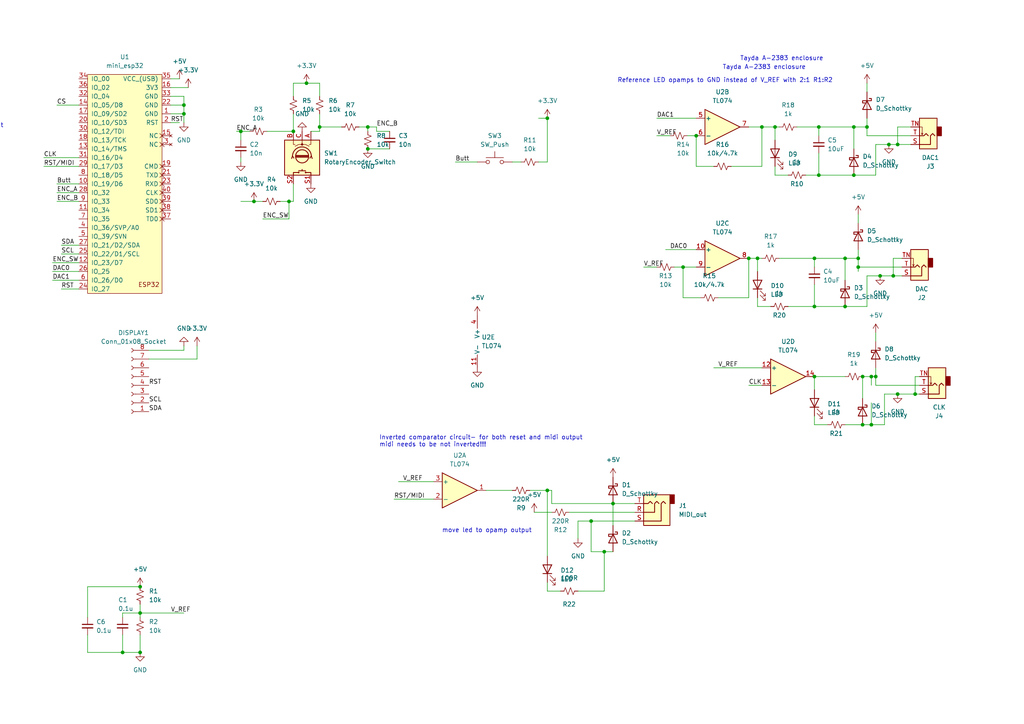
<source format=kicad_sch>
(kicad_sch (version 20231120) (generator "eeschema") (generator_version "8.0")
  (paper "A4")
  (lib_symbols
    (symbol "Amplifier_Operational:TL074" (pin_names (offset 0.127))
      (property "Reference" "U" (at 0 5.08 0))
      (property "Value" "TL074" (at 0 -5.08 0))
      (symbol "TL074_1_1"
        (polyline (pts (xy -5.08 5.08) (xy 5.08 0) (xy -5.08 -5.08) (xy -5.08 5.08)) (stroke (width 0.254)) (fill (type background)))
        (pin output line (at 7.62 0 180) (length 2.54) (name "~") (number "1"))
        (pin input line (at -7.62 -2.54 0) (length 2.54) (name "-") (number "2"))
        (pin input line (at -7.62 2.54 0) (length 2.54) (name "+") (number "3"))
      )
      (symbol "TL074_2_1"
        (polyline (pts (xy -5.08 5.08) (xy 5.08 0) (xy -5.08 -5.08) (xy -5.08 5.08)) (stroke (width 0.254)) (fill (type background)))
        (pin input line (at -7.62 2.54 0) (length 2.54) (name "+") (number "5"))
        (pin input line (at -7.62 -2.54 0) (length 2.54) (name "-") (number "6"))
        (pin output line (at 7.62 0 180) (length 2.54) (name "~") (number "7"))
      )
      (symbol "TL074_3_1"
        (polyline (pts (xy -5.08 5.08) (xy 5.08 0) (xy -5.08 -5.08) (xy -5.08 5.08)) (stroke (width 0.254)) (fill (type background)))
        (pin input line (at -7.62 2.54 0) (length 2.54) (name "+") (number "10"))
        (pin output line (at 7.62 0 180) (length 2.54) (name "~") (number "8"))
        (pin input line (at -7.62 -2.54 0) (length 2.54) (name "-") (number "9"))
      )
      (symbol "TL074_4_1"
        (polyline (pts (xy -5.08 5.08) (xy 5.08 0) (xy -5.08 -5.08) (xy -5.08 5.08)) (stroke (width 0.254)) (fill (type background)))
        (pin input line (at -7.62 2.54 0) (length 2.54) (name "+") (number "12"))
        (pin input line (at -7.62 -2.54 0) (length 2.54) (name "-") (number "13"))
        (pin output line (at 7.62 0 180) (length 2.54) (name "~") (number "14"))
      )
      (symbol "TL074_5_1"
        (pin power_in line (at -2.54 -7.62 90) (length 3.81) (name "V-") (number "11"))
        (pin power_in line (at -2.54 7.62 270) (length 3.81) (name "V+") (number "4"))
      )
    )
    (symbol "Connector:Conn_01x08_Socket" (pin_names (offset 1.016) hide)
      (property "Reference" "J" (at 0 10.16 0))
      (property "Value" "Conn_01x08_Socket" (at 0 -12.7 0))
      (symbol "Conn_01x08_Socket_1_1"
        (arc (start 0 -9.652) (mid -0.5058 -10.16) (end 0 -10.668) (stroke (width 0.1524)))
        (arc (start 0 -7.112) (mid -0.5058 -7.62) (end 0 -8.128) (stroke (width 0.1524)))
        (arc (start 0 -4.572) (mid -0.5058 -5.08) (end 0 -5.588) (stroke (width 0.1524)))
        (arc (start 0 -2.032) (mid -0.5058 -2.54) (end 0 -3.048) (stroke (width 0.1524)))
        (polyline (pts (xy -1.27 -10.16) (xy -0.508 -10.16)) (stroke (width 0.1524)))
        (polyline (pts (xy -1.27 -7.62) (xy -0.508 -7.62)) (stroke (width 0.1524)))
        (polyline (pts (xy -1.27 -5.08) (xy -0.508 -5.08)) (stroke (width 0.1524)))
        (polyline (pts (xy -1.27 -2.54) (xy -0.508 -2.54)) (stroke (width 0.1524)))
        (polyline (pts (xy -1.27 0) (xy -0.508 0)) (stroke (width 0.1524)))
        (polyline (pts (xy -1.27 2.54) (xy -0.508 2.54)) (stroke (width 0.1524)))
        (polyline (pts (xy -1.27 5.08) (xy -0.508 5.08)) (stroke (width 0.1524)))
        (polyline (pts (xy -1.27 7.62) (xy -0.508 7.62)) (stroke (width 0.1524)))
        (arc (start 0 0.508) (mid -0.5058 0) (end 0 -0.508) (stroke (width 0.1524)))
        (arc (start 0 3.048) (mid -0.5058 2.54) (end 0 2.032) (stroke (width 0.1524)))
        (arc (start 0 5.588) (mid -0.5058 5.08) (end 0 4.572) (stroke (width 0.1524)))
        (arc (start 0 8.128) (mid -0.5058 7.62) (end 0 7.112) (stroke (width 0.1524)))
        (pin passive line (at -5.08 7.62 0) (length 3.81) (name "Pin_1") (number "1"))
        (pin passive line (at -5.08 5.08 0) (length 3.81) (name "Pin_2") (number "2"))
        (pin passive line (at -5.08 2.54 0) (length 3.81) (name "Pin_3") (number "3"))
        (pin passive line (at -5.08 0 0) (length 3.81) (name "Pin_4") (number "4"))
        (pin passive line (at -5.08 -2.54 0) (length 3.81) (name "Pin_5") (number "5"))
        (pin passive line (at -5.08 -5.08 0) (length 3.81) (name "Pin_6") (number "6"))
        (pin passive line (at -5.08 -7.62 0) (length 3.81) (name "Pin_7") (number "7"))
        (pin passive line (at -5.08 -10.16 0) (length 3.81) (name "Pin_8") (number "8"))
      )
    )
    (symbol "Connector_Audio:AudioJack2_SwitchT"
      (property "Reference" "J" (at 0 8.89 0))
      (property "Value" "AudioJack2_SwitchT" (at 0 6.35 0))
      (symbol "AudioJack2_SwitchT_0_1"
        (rectangle (start -2.54 0) (end -3.81 -2.54) (stroke (width 0.254)) (fill (type outline)))
        (polyline (pts (xy 1.778 -0.254) (xy 2.032 -0.762)))
        (polyline (pts (xy 0 0) (xy 0.635 -0.635) (xy 1.27 0) (xy 2.54 0)) (stroke (width 0.254)))
        (polyline (pts (xy 2.54 -2.54) (xy 1.778 -2.54) (xy 1.778 -0.254) (xy 1.524 -0.762)))
        (polyline (pts (xy 2.54 2.54) (xy -0.635 2.54) (xy -0.635 0) (xy -1.27 -0.635) (xy -1.905 0)) (stroke (width 0.254)))
        (rectangle (start 2.54 3.81) (end -2.54 -5.08) (stroke (width 0.254)) (fill (type background)))
      )
      (symbol "AudioJack2_SwitchT_1_1"
        (pin passive line (at 5.08 2.54 180) (length 2.54) (name "~") (number "S"))
        (pin passive line (at 5.08 0 180) (length 2.54) (name "~") (number "T"))
        (pin passive line (at 5.08 -2.54 180) (length 2.54) (name "~") (number "TN"))
      )
    )
    (symbol "Connector_Audio:AudioJack3"
      (property "Reference" "J" (at 0 8.89 0))
      (property "Value" "AudioJack3" (at 0 6.35 0))
      (symbol "AudioJack3_0_1"
        (rectangle (start -5.08 -5.08) (end -6.35 -2.54) (stroke (width 0.254)) (fill (type outline)))
        (polyline (pts (xy 0 -2.54) (xy 0.635 -3.175) (xy 1.27 -2.54) (xy 2.54 -2.54)) (stroke (width 0.254)))
        (polyline (pts (xy -1.905 -2.54) (xy -1.27 -3.175) (xy -0.635 -2.54) (xy -0.635 0) (xy 2.54 0)) (stroke (width 0.254)))
        (polyline (pts (xy 2.54 2.54) (xy -2.54 2.54) (xy -2.54 -2.54) (xy -3.175 -3.175) (xy -3.81 -2.54)) (stroke (width 0.254)))
        (rectangle (start 2.54 3.81) (end -5.08 -5.08) (stroke (width 0.254)) (fill (type background)))
      )
      (symbol "AudioJack3_1_1"
        (pin passive line (at 5.08 0 180) (length 2.54) (name "~") (number "R"))
        (pin passive line (at 5.08 2.54 180) (length 2.54) (name "~") (number "S"))
        (pin passive line (at 5.08 -2.54 180) (length 2.54) (name "~") (number "T"))
      )
    )
    (symbol "Device:C_Small" (pin_numbers hide) (pin_names (offset 0.254) hide)
      (property "Reference" "C" (at 0.254 1.778 0))
      (property "Value" "C_Small" (at 0.254 -2.032 0))
      (symbol "C_Small_0_1"
        (polyline (pts (xy -1.524 -0.508) (xy 1.524 -0.508)) (stroke (width 0.3302)))
        (polyline (pts (xy -1.524 0.508) (xy 1.524 0.508)) (stroke (width 0.3048)))
      )
      (symbol "C_Small_1_1"
        (pin passive line (at 0 2.54 270) (length 2.032) (name "~") (number "1"))
        (pin passive line (at 0 -2.54 90) (length 2.032) (name "~") (number "2"))
      )
    )
    (symbol "Device:D_Schottky" (pin_numbers hide) (pin_names (offset 1.016) hide)
      (property "Reference" "D" (at 0 2.54 0))
      (property "Value" "D_Schottky" (at 0 -2.54 0))
      (symbol "D_Schottky_0_1"
        (polyline (pts (xy 1.27 0) (xy -1.27 0)))
        (polyline (pts (xy 1.27 1.27) (xy 1.27 -1.27) (xy -1.27 0) (xy 1.27 1.27)) (stroke (width 0.254)))
        (polyline (pts (xy -1.905 0.635) (xy -1.905 1.27) (xy -1.27 1.27) (xy -1.27 -1.27) (xy -0.635 -1.27) (xy -0.635 -0.635)) (stroke (width 0.254)))
      )
      (symbol "D_Schottky_1_1"
        (pin passive line (at -3.81 0 0) (length 2.54) (name "K") (number "1"))
        (pin passive line (at 3.81 0 180) (length 2.54) (name "A") (number "2"))
      )
    )
    (symbol "Device:LED" (pin_numbers hide) (pin_names (offset 1.016) hide)
      (property "Reference" "D" (at 0 2.54 0))
      (property "Value" "LED" (at 0 -2.54 0))
      (symbol "LED_0_1"
        (polyline (pts (xy -1.27 -1.27) (xy -1.27 1.27)) (stroke (width 0.254)))
        (polyline (pts (xy -1.27 0) (xy 1.27 0)))
        (polyline (pts (xy 1.27 -1.27) (xy 1.27 1.27) (xy -1.27 0) (xy 1.27 -1.27)) (stroke (width 0.254)))
        (polyline (pts (xy -3.048 -0.762) (xy -4.572 -2.286) (xy -3.81 -2.286) (xy -4.572 -2.286) (xy -4.572 -1.524)))
        (polyline (pts (xy -1.778 -0.762) (xy -3.302 -2.286) (xy -2.54 -2.286) (xy -3.302 -2.286) (xy -3.302 -1.524)))
      )
      (symbol "LED_1_1"
        (pin passive line (at -3.81 0 0) (length 2.54) (name "K") (number "1"))
        (pin passive line (at 3.81 0 180) (length 2.54) (name "A") (number "2"))
      )
    )
    (symbol "Device:R_Small_US" (pin_numbers hide) (pin_names (offset 0.254) hide)
      (property "Reference" "R" (at 0.762 0.508 0))
      (property "Value" "R_Small_US" (at 0.762 -1.016 0))
      (symbol "R_Small_US_1_1"
        (polyline (pts (xy 0 0) (xy 1.016 -0.381) (xy 0 -0.762) (xy -1.016 -1.143) (xy 0 -1.524)))
        (polyline (pts (xy 0 1.524) (xy 1.016 1.143) (xy 0 0.762) (xy -1.016 0.381) (xy 0 0)))
        (pin passive line (at 0 2.54 270) (length 1.016) (name "~") (number "1"))
        (pin passive line (at 0 -2.54 90) (length 1.016) (name "~") (number "2"))
      )
    )
    (symbol "Device:RotaryEncoder_Switch" (pin_names (offset 0.254) hide)
      (property "Reference" "SW" (at 0 6.604 0))
      (property "Value" "RotaryEncoder_Switch" (at 0 -6.604 0))
      (symbol "RotaryEncoder_Switch_0_1"
        (rectangle (start -5.08 5.08) (end 5.08 -5.08) (stroke (width 0.254)) (fill (type background)))
        (circle (center -3.81 0) (radius 0.254) (fill (type outline)))
        (circle (center -0.381 0) (radius 1.905) (stroke (width 0.254)))
        (arc (start -0.381 2.667) (mid -3.0988 -0.0635) (end -0.381 -2.794) (stroke (width 0.254)))
        (polyline (pts (xy -0.635 -1.778) (xy -0.635 1.778)) (stroke (width 0.254)))
        (polyline (pts (xy -0.381 -1.778) (xy -0.381 1.778)) (stroke (width 0.254)))
        (polyline (pts (xy -0.127 1.778) (xy -0.127 -1.778)) (stroke (width 0.254)))
        (polyline (pts (xy 3.81 0) (xy 3.429 0)) (stroke (width 0.254)))
        (polyline (pts (xy 3.81 1.016) (xy 3.81 -1.016)) (stroke (width 0.254)))
        (polyline (pts (xy -5.08 -2.54) (xy -3.81 -2.54) (xy -3.81 -2.032)))
        (polyline (pts (xy -5.08 2.54) (xy -3.81 2.54) (xy -3.81 2.032)))
        (polyline (pts (xy 0.254 -3.048) (xy -0.508 -2.794) (xy 0.127 -2.413)) (stroke (width 0.254)))
        (polyline (pts (xy 0.254 2.921) (xy -0.508 2.667) (xy 0.127 2.286)) (stroke (width 0.254)))
        (polyline (pts (xy 5.08 -2.54) (xy 4.318 -2.54) (xy 4.318 -1.016)) (stroke (width 0.254)))
        (polyline (pts (xy 5.08 2.54) (xy 4.318 2.54) (xy 4.318 1.016)) (stroke (width 0.254)))
        (polyline (pts (xy -5.08 0) (xy -3.81 0) (xy -3.81 -1.016) (xy -3.302 -2.032)))
        (polyline (pts (xy -4.318 0) (xy -3.81 0) (xy -3.81 1.016) (xy -3.302 2.032)))
        (circle (center 4.318 -1.016) (radius 0.127) (stroke (width 0.254)))
        (circle (center 4.318 1.016) (radius 0.127) (stroke (width 0.254)))
      )
      (symbol "RotaryEncoder_Switch_1_1"
        (pin passive line (at -7.62 2.54 0) (length 2.54) (name "A") (number "A"))
        (pin passive line (at -7.62 -2.54 0) (length 2.54) (name "B") (number "B"))
        (pin passive line (at -7.62 0 0) (length 2.54) (name "C") (number "C"))
        (pin passive line (at 7.62 2.54 180) (length 2.54) (name "S1") (number "S1"))
        (pin passive line (at 7.62 -2.54 180) (length 2.54) (name "S2") (number "S2"))
      )
    )
    (symbol "ESP32_mini:mini_esp32" (pin_names (offset 1.016))
      (property "Reference" "U" (at -7.62 -50.8 0))
      (property "Value" "mini_esp32" (at 5.08 -59.69 0))
      (symbol "mini_esp32_0_0"
        (text "ESP32" (at 7.62 -62.23 0) (effects (font (size 1.27 1.27))))
        (pin power_in line (at 13.97 -12.7 180) (length 2.54) (name "GND") (number "1"))
        (pin input line (at 13.97 -15.24 180) (length 2.54) (name "RST") (number "2"))
        (pin no_connect non_logic (at 13.97 -21.59 180) (length 2.54) (name "NC") (number "3"))
        (pin bidirectional line (at -12.7 -45.72 0) (length 2.54) (name "IO_36/SVP/A0") (number "4"))
        (pin bidirectional line (at -12.7 -48.26 0) (length 2.54) (name "IO_39/SVN") (number "5"))
      )
      (symbol "mini_esp32_0_1"
        (rectangle (start -10.16 -1.27) (end 11.43 -64.77) (fill (type background)))
      )
      (symbol "mini_esp32_1_1"
        (pin bidirectional line (at -12.7 -33.02 0) (length 2.54) (name "IO_19/D6") (number "10"))
        (pin bidirectional line (at -12.7 -40.64 0) (length 2.54) (name "IO_34") (number "11"))
        (pin bidirectional line (at -12.7 -55.88 0) (length 2.54) (name "IO_23/D7") (number "12"))
        (pin bidirectional line (at -12.7 -22.86 0) (length 2.54) (name "IO_14/TMS") (number "13"))
        (pin bidirectional line (at -12.7 -10.16 0) (length 2.54) (name "IO_05/D8") (number "14"))
        (pin no_connect non_logic (at 13.97 -19.05 180) (length 2.54) (name "NC") (number "15"))
        (pin power_in line (at 13.97 -5.08 180) (length 2.54) (name "3V3") (number "16"))
        (pin bidirectional line (at -12.7 -12.7 0) (length 2.54) (name "IO_09/SD2") (number "17"))
        (pin bidirectional line (at -12.7 -20.32 0) (length 2.54) (name "IO_13/TCK") (number "18"))
        (pin passive non_logic (at 13.97 -27.94 180) (length 2.54) (name "CMD") (number "19"))
        (pin bidirectional line (at -12.7 -15.24 0) (length 2.54) (name "IO_10/SD3") (number "20"))
        (pin passive non_logic (at 13.97 -30.48 180) (length 2.54) (name "TXD") (number "21"))
        (pin power_in line (at 13.97 -10.16 180) (length 2.54) (name "GND") (number "22"))
        (pin passive non_logic (at 13.97 -33.02 180) (length 2.54) (name "RXD") (number "23"))
        (pin bidirectional line (at -12.7 -63.5 0) (length 2.54) (name "IO_27") (number "24"))
        (pin bidirectional line (at -12.7 -53.34 0) (length 2.54) (name "IO_22/D1/SCL") (number "25"))
        (pin bidirectional line (at -12.7 -58.42 0) (length 2.54) (name "IO_25") (number "26"))
        (pin bidirectional line (at -12.7 -50.8 0) (length 2.54) (name "IO_21/D2/SDA") (number "27"))
        (pin bidirectional line (at -12.7 -35.56 0) (length 2.54) (name "IO_32") (number "28"))
        (pin bidirectional line (at -12.7 -27.94 0) (length 2.54) (name "IO_17/D3") (number "29"))
        (pin bidirectional line (at -12.7 -17.78 0) (length 2.54) (name "IO_12/TDI") (number "30"))
        (pin bidirectional line (at -12.7 -25.4 0) (length 2.54) (name "IO_16/D4") (number "31"))
        (pin bidirectional line (at -12.7 -7.62 0) (length 2.54) (name "IO_04") (number "32"))
        (pin power_in line (at 13.97 -7.62 180) (length 2.54) (name "GND") (number "33"))
        (pin bidirectional line (at -12.7 -2.54 0) (length 2.54) (name "IO_00") (number "34"))
        (pin power_in line (at 13.97 -2.54 180) (length 2.54) (name "VCC_(USB)") (number "35"))
        (pin bidirectional line (at -12.7 -5.08 0) (length 2.54) (name "IO_02") (number "36"))
        (pin passive non_logic (at 13.97 -43.18 180) (length 2.54) (name "TD0") (number "37"))
        (pin passive non_logic (at 13.97 -40.64 180) (length 2.54) (name "SD1") (number "38"))
        (pin passive non_logic (at 13.97 -38.1 180) (length 2.54) (name "SD0") (number "39"))
        (pin passive non_logic (at 13.97 -35.56 180) (length 2.54) (name "CLK") (number "40"))
        (pin bidirectional line (at -12.7 -60.96 0) (length 2.54) (name "IO_26/D0") (number "6"))
        (pin bidirectional line (at -12.7 -43.18 0) (length 2.54) (name "IO_35") (number "7"))
        (pin bidirectional line (at -12.7 -30.48 0) (length 2.54) (name "IO_18/D5") (number "8"))
        (pin bidirectional line (at -12.7 -38.1 0) (length 2.54) (name "IO_33") (number "9"))
      )
    )
    (symbol "Switch:SW_Push" (pin_numbers hide) (pin_names (offset 1.016) hide)
      (property "Reference" "SW" (at 1.27 2.54 0))
      (property "Value" "SW_Push" (at 0 -1.524 0))
      (symbol "SW_Push_0_1"
        (circle (center -2.032 0) (radius 0.508))
        (polyline (pts (xy 0 1.27) (xy 0 3.048)))
        (polyline (pts (xy 2.54 1.27) (xy -2.54 1.27)))
        (circle (center 2.032 0) (radius 0.508))
        (pin passive line (at -5.08 0 0) (length 2.54) (name "1") (number "1"))
        (pin passive line (at 5.08 0 180) (length 2.54) (name "2") (number "2"))
      )
    )
    (symbol "power:+3.3V" (power) (pin_names (offset 0))
      (property "Value" "+3.3V" (at 0 3.556 0))
      (symbol "+3.3V_0_1"
        (polyline (pts (xy -0.762 1.27) (xy 0 2.54)))
        (polyline (pts (xy 0 0) (xy 0 2.54)))
        (polyline (pts (xy 0 2.54) (xy 0.762 1.27)))
      )
      (symbol "+3.3V_1_1"
        (pin power_in line (at 0 0 90) (length 0) hide (name "+3.3V") (number "1"))
      )
    )
    (symbol "power:+5V" (power) (pin_names (offset 0))
      (property "Value" "+5V" (at 0 3.556 0))
      (symbol "+5V_0_1"
        (polyline (pts (xy -0.762 1.27) (xy 0 2.54)))
        (polyline (pts (xy 0 0) (xy 0 2.54)))
        (polyline (pts (xy 0 2.54) (xy 0.762 1.27)))
      )
      (symbol "+5V_1_1"
        (pin power_in line (at 0 0 90) (length 0) hide (name "+5V") (number "1"))
      )
    )
    (symbol "power:GND" (power) (pin_names (offset 0))
      (property "Value" "GND" (at 0 -3.81 0))
      (symbol "GND_0_1"
        (polyline (pts (xy 0 0) (xy 0 -1.27) (xy 1.27 -1.27) (xy 0 -2.54) (xy -1.27 -1.27) (xy 0 -1.27)))
      )
      (symbol "GND_1_1"
        (pin power_in line (at 0 0 270) (length 0) hide (name "GND") (number "1"))
      )
    )
  )
  (junction (at 175.26 160.02))
  (junction (at 265.43 114.3))
  (junction (at 40.64 177.8))
  (junction (at 83.82 58.42))
  (junction (at 158.75 142.24))
  (junction (at 254 109.22))
  (junction (at 259.08 80.01))
  (junction (at 260.35 41.91))
  (junction (at 106.68 43.18))
  (junction (at 220.98 36.83))
  (junction (at 236.22 109.22))
  (junction (at 251.46 36.83))
  (junction (at 247.65 50.8))
  (junction (at 88.9 24.13))
  (junction (at 247.65 36.83))
  (junction (at 40.64 189.23))
  (junction (at 198.12 77.47))
  (junction (at 248.92 74.93))
  (junction (at 171.45 151.13))
  (junction (at 260.35 114.3))
  (junction (at 245.11 88.9))
  (junction (at 53.34 33.02))
  (junction (at 35.56 189.23))
  (junction (at 252.73 123.19))
  (junction (at 158.75 34.29))
  (junction (at 237.49 36.83))
  (junction (at 40.64 170.18))
  (junction (at 255.27 80.01))
  (junction (at 257.81 41.91))
  (junction (at 236.22 88.9))
  (junction (at 217.17 74.93))
  (junction (at 73.66 58.42))
  (junction (at 219.71 74.93))
  (junction (at 53.34 30.48))
  (junction (at 177.8 146.05))
  (junction (at 245.11 74.93))
  (junction (at 106.68 36.83))
  (junction (at 250.19 123.19))
  (junction (at 248.92 77.47))
  (junction (at 250.19 109.22))
  (junction (at 252.73 109.22))
  (junction (at 201.93 39.37))
  (junction (at 237.49 50.8))
  (junction (at 236.22 74.93))
  (junction (at 69.85 38.1))
  (junction (at 92.71 36.83))
  (junction (at 224.79 36.83))
  (junction (at 85.09 38.1))
  (wire (pts (xy 156.21 46.99) (xy 158.75 46.99)))
  (wire (pts (xy 57.15 100.33) (xy 57.15 104.14)))
  (wire (pts (xy 171.45 151.13) (xy 167.64 151.13)))
  (wire (pts (xy 132.08 46.99) (xy 138.43 46.99)))
  (wire (pts (xy 252.73 109.22) (xy 254 109.22)))
  (wire (pts (xy 88.9 24.13) (xy 92.71 24.13)))
  (wire (pts (xy 40.64 177.8) (xy 40.64 179.07)))
  (wire (pts (xy 198.12 77.47) (xy 201.93 77.47)))
  (wire (pts (xy 104.14 36.83) (xy 106.68 36.83)))
  (wire (pts (xy 250.19 109.22) (xy 252.73 109.22)))
  (wire (pts (xy 15.24 78.74) (xy 22.86 78.74)))
  (wire (pts (xy 254 96.52) (xy 254 99.06)))
  (wire (pts (xy 198.12 77.47) (xy 198.12 86.36)))
  (wire (pts (xy 236.22 123.19) (xy 240.03 123.19)))
  (wire (pts (xy 35.56 189.23) (xy 40.64 189.23)))
  (wire (pts (xy 255.27 80.01) (xy 251.46 80.01)))
  (wire (pts (xy 250.19 109.22) (xy 250.19 115.57)))
  (wire (pts (xy 92.71 24.13) (xy 92.71 27.94)))
  (wire (pts (xy 266.7 109.22) (xy 265.43 109.22)))
  (wire (pts (xy 40.64 189.23) (xy 40.64 184.15)))
  (wire (pts (xy 236.22 74.93) (xy 236.22 77.47)))
  (wire (pts (xy 248.92 77.47) (xy 261.62 77.47)))
  (wire (pts (xy 49.53 25.4) (xy 54.61 25.4)))
  (wire (pts (xy 16.51 55.88) (xy 22.86 55.88)))
  (wire (pts (xy 260.35 36.83) (xy 260.35 41.91)))
  (wire (pts (xy 254 111.76) (xy 266.7 111.76)))
  (wire (pts (xy 106.68 36.83) (xy 109.22 36.83)))
  (wire (pts (xy 199.39 39.37) (xy 201.93 39.37)))
  (wire (pts (xy 260.35 41.91) (xy 257.81 41.91)))
  (wire (pts (xy 219.71 74.93) (xy 219.71 78.74)))
  (wire (pts (xy 81.28 58.42) (xy 83.82 58.42)))
  (wire (pts (xy 190.5 39.37) (xy 194.31 39.37)))
  (wire (pts (xy 245.11 123.19) (xy 250.19 123.19)))
  (wire (pts (xy 265.43 109.22) (xy 265.43 114.3)))
  (wire (pts (xy 252.73 123.19) (xy 256.54 123.19)))
  (wire (pts (xy 219.71 86.36) (xy 219.71 88.9)))
  (wire (pts (xy 165.1 148.59) (xy 184.15 148.59)))
  (wire (pts (xy 85.09 27.94) (xy 85.09 24.13)))
  (wire (pts (xy 92.71 36.83) (xy 92.71 38.1)))
  (wire (pts (xy 254 41.91) (xy 254 50.8)))
  (wire (pts (xy 148.59 46.99) (xy 151.13 46.99)))
  (wire (pts (xy 207.01 106.68) (xy 220.98 106.68)))
  (wire (pts (xy 25.4 189.23) (xy 25.4 184.15)))
  (wire (pts (xy 106.68 36.83) (xy 106.68 38.1)))
  (wire (pts (xy 114.3 144.78) (xy 125.73 144.78)))
  (wire (pts (xy 177.8 146.05) (xy 177.8 152.4)))
  (wire (pts (xy 217.17 74.93) (xy 219.71 74.93)))
  (wire (pts (xy 171.45 160.02) (xy 171.45 151.13)))
  (wire (pts (xy 236.22 82.55) (xy 236.22 88.9)))
  (wire (pts (xy 83.82 58.42) (xy 85.09 58.42)))
  (wire (pts (xy 85.09 24.13) (xy 88.9 24.13)))
  (wire (pts (xy 73.66 58.42) (xy 76.2 58.42)))
  (wire (pts (xy 247.65 36.83) (xy 251.46 36.83)))
  (wire (pts (xy 259.08 74.93) (xy 259.08 80.01)))
  (wire (pts (xy 17.78 71.12) (xy 22.86 71.12)))
  (wire (pts (xy 43.18 101.6) (xy 53.34 101.6)))
  (wire (pts (xy 237.49 36.83) (xy 247.65 36.83)))
  (wire (pts (xy 201.93 39.37) (xy 201.93 48.26)))
  (wire (pts (xy 17.78 83.82) (xy 22.86 83.82)))
  (wire (pts (xy 237.49 36.83) (xy 237.49 39.37)))
  (wire (pts (xy 35.56 189.23) (xy 35.56 184.15)))
  (wire (pts (xy 265.43 114.3) (xy 260.35 114.3)))
  (wire (pts (xy 140.97 142.24) (xy 148.59 142.24)))
  (wire (pts (xy 158.75 171.45) (xy 162.56 171.45)))
  (wire (pts (xy 203.2 86.36) (xy 198.12 86.36)))
  (wire (pts (xy 251.46 34.29) (xy 251.46 36.83)))
  (wire (pts (xy 208.28 86.36) (xy 217.17 86.36)))
  (wire (pts (xy 220.98 36.83) (xy 224.79 36.83)))
  (wire (pts (xy 264.16 41.91) (xy 260.35 41.91)))
  (wire (pts (xy 247.65 50.8) (xy 254 50.8)))
  (wire (pts (xy 195.58 77.47) (xy 198.12 77.47)))
  (wire (pts (xy 256.54 114.3) (xy 256.54 123.19)))
  (wire (pts (xy 35.56 177.8) (xy 40.64 177.8)))
  (wire (pts (xy 245.11 88.9) (xy 251.46 88.9)))
  (wire (pts (xy 236.22 74.93) (xy 245.11 74.93)))
  (wire (pts (xy 231.14 36.83) (xy 237.49 36.83)))
  (wire (pts (xy 177.8 146.05) (xy 184.15 146.05)))
  (wire (pts (xy 250.19 123.19) (xy 252.73 123.19)))
  (wire (pts (xy 219.71 88.9) (xy 223.52 88.9)))
  (wire (pts (xy 219.71 74.93) (xy 220.98 74.93)))
  (wire (pts (xy 40.64 175.26) (xy 40.64 177.8)))
  (wire (pts (xy 228.6 88.9) (xy 236.22 88.9)))
  (wire (pts (xy 158.75 168.91) (xy 158.75 171.45)))
  (wire (pts (xy 85.09 33.02) (xy 85.09 38.1)))
  (wire (pts (xy 236.22 109.22) (xy 245.11 109.22)))
  (wire (pts (xy 261.62 74.93) (xy 259.08 74.93)))
  (wire (pts (xy 35.56 179.07) (xy 35.56 177.8)))
  (wire (pts (xy 15.24 76.2) (xy 22.86 76.2)))
  (wire (pts (xy 53.34 27.94) (xy 53.34 30.48)))
  (wire (pts (xy 25.4 170.18) (xy 40.64 170.18)))
  (wire (pts (xy 252.73 109.22) (xy 252.73 111.76)))
  (wire (pts (xy 251.46 39.37) (xy 251.46 36.83)))
  (wire (pts (xy 245.11 74.93) (xy 245.11 81.28)))
  (wire (pts (xy 184.15 151.13) (xy 171.45 151.13)))
  (wire (pts (xy 68.58 38.1) (xy 69.85 38.1)))
  (wire (pts (xy 254 106.68) (xy 254 109.22)))
  (wire (pts (xy 251.46 80.01) (xy 251.46 88.9)))
  (wire (pts (xy 69.85 45.72) (xy 69.85 46.99)))
  (wire (pts (xy 16.51 58.42) (xy 22.86 58.42)))
  (wire (pts (xy 49.53 33.02) (xy 53.34 33.02)))
  (wire (pts (xy 158.75 142.24) (xy 158.75 161.29)))
  (wire (pts (xy 245.11 74.93) (xy 248.92 74.93)))
  (wire (pts (xy 175.26 160.02) (xy 177.8 160.02)))
  (wire (pts (xy 220.98 111.76) (xy 217.17 111.76)))
  (wire (pts (xy 25.4 179.07) (xy 25.4 170.18)))
  (wire (pts (xy 109.22 38.1) (xy 109.22 36.83)))
  (wire (pts (xy 217.17 36.83) (xy 220.98 36.83)))
  (wire (pts (xy 190.5 34.29) (xy 201.93 34.29)))
  (wire (pts (xy 43.18 104.14) (xy 57.15 104.14)))
  (wire (pts (xy 69.85 38.1) (xy 69.85 40.64)))
  (wire (pts (xy 226.06 74.93) (xy 236.22 74.93)))
  (wire (pts (xy 186.69 77.47) (xy 190.5 77.47)))
  (wire (pts (xy 156.21 34.29) (xy 158.75 34.29)))
  (wire (pts (xy 49.53 30.48) (xy 53.34 30.48)))
  (wire (pts (xy 247.65 36.83) (xy 247.65 43.18)))
  (wire (pts (xy 106.68 43.18) (xy 113.03 43.18)))
  (wire (pts (xy 251.46 24.13) (xy 251.46 26.67)))
  (wire (pts (xy 207.01 48.26) (xy 201.93 48.26)))
  (wire (pts (xy 69.85 38.1) (xy 72.39 38.1)))
  (wire (pts (xy 76.2 63.5) (xy 83.82 63.5)))
  (wire (pts (xy 248.92 77.47) (xy 248.92 74.93)))
  (wire (pts (xy 254 111.76) (xy 254 109.22)))
  (wire (pts (xy 193.04 72.39) (xy 201.93 72.39)))
  (wire (pts (xy 113.03 38.1) (xy 109.22 38.1)))
  (wire (pts (xy 257.81 41.91) (xy 254 41.91)))
  (wire (pts (xy 171.45 160.02) (xy 175.26 160.02)))
  (wire (pts (xy 175.26 171.45) (xy 175.26 160.02)))
  (wire (pts (xy 16.51 53.34) (xy 22.86 53.34)))
  (wire (pts (xy 12.7 48.26) (xy 22.86 48.26)))
  (wire (pts (xy 260.35 114.3) (xy 256.54 114.3)))
  (wire (pts (xy 236.22 120.65) (xy 236.22 123.19)))
  (wire (pts (xy 212.09 48.26) (xy 220.98 48.26)))
  (wire (pts (xy 49.53 35.56) (xy 52.07 35.56)))
  (wire (pts (xy 167.64 171.45) (xy 175.26 171.45)))
  (wire (pts (xy 77.47 38.1) (xy 85.09 38.1)))
  (wire (pts (xy 69.85 58.42) (xy 73.66 58.42)))
  (wire (pts (xy 16.51 30.48) (xy 22.86 30.48)))
  (wire (pts (xy 261.62 80.01) (xy 259.08 80.01)))
  (wire (pts (xy 248.92 72.39) (xy 248.92 74.93)))
  (wire (pts (xy 236.22 109.22) (xy 236.22 113.03)))
  (wire (pts (xy 15.24 81.28) (xy 22.86 81.28)))
  (wire (pts (xy 248.92 62.23) (xy 248.92 64.77)))
  (wire (pts (xy 158.75 46.99) (xy 158.75 34.29)))
  (wire (pts (xy 167.64 151.13) (xy 167.64 156.21)))
  (wire (pts (xy 224.79 36.83) (xy 224.79 40.64)))
  (wire (pts (xy 53.34 33.02) (xy 53.34 35.56)))
  (wire (pts (xy 160.02 146.05) (xy 160.02 142.24)))
  (wire (pts (xy 252.73 116.84) (xy 252.73 123.19)))
  (wire (pts (xy 224.79 48.26) (xy 224.79 50.8)))
  (wire (pts (xy 49.53 22.86) (xy 52.07 22.86)))
  (wire (pts (xy 49.53 27.94) (xy 53.34 27.94)))
  (wire (pts (xy 115.57 139.7) (xy 125.73 139.7)))
  (wire (pts (xy 158.75 142.24) (xy 160.02 142.24)))
  (wire (pts (xy 237.49 44.45) (xy 237.49 50.8)))
  (wire (pts (xy 233.68 50.8) (xy 237.49 50.8)))
  (wire (pts (xy 92.71 36.83) (xy 99.06 36.83)))
  (wire (pts (xy 264.16 36.83) (xy 260.35 36.83)))
  (wire (pts (xy 217.17 74.93) (xy 217.17 86.36)))
  (wire (pts (xy 259.08 80.01) (xy 255.27 80.01)))
  (wire (pts (xy 53.34 100.33) (xy 53.34 101.6)))
  (wire (pts (xy 248.92 77.47) (xy 248.92 78.74)))
  (wire (pts (xy 85.09 58.42) (xy 85.09 53.34)))
  (wire (pts (xy 224.79 50.8) (xy 228.6 50.8)))
  (wire (pts (xy 237.49 50.8) (xy 247.65 50.8)))
  (wire (pts (xy 154.94 148.59) (xy 160.02 148.59)))
  (wire (pts (xy 236.22 88.9) (xy 245.11 88.9)))
  (wire (pts (xy 220.98 36.83) (xy 220.98 48.26)))
  (wire (pts (xy 153.67 142.24) (xy 158.75 142.24)))
  (wire (pts (xy 12.7 45.72) (xy 22.86 45.72)))
  (wire (pts (xy 224.79 36.83) (xy 226.06 36.83)))
  (wire (pts (xy 17.78 73.66) (xy 22.86 73.66)))
  (wire (pts (xy 25.4 189.23) (xy 35.56 189.23)))
  (wire (pts (xy 251.46 39.37) (xy 264.16 39.37)))
  (wire (pts (xy 90.17 38.1) (xy 92.71 38.1)))
  (wire (pts (xy 266.7 114.3) (xy 265.43 114.3)))
  (wire (pts (xy 92.71 33.02) (xy 92.71 36.83)))
  (wire (pts (xy 160.02 146.05) (xy 177.8 146.05)))
  (wire (pts (xy 83.82 63.5) (xy 83.82 58.42)))
  (wire (pts (xy 53.34 30.48) (xy 53.34 33.02)))
  (wire (pts (xy 40.64 177.8) (xy 53.34 177.8)))
  (text "Reference LED opamps to GND instead of V_REF with 2:1 R1:R2" (at 179.07 24.13 0) (effects (font (size 1.27 1.27)) (justify left bottom)))
  (text "Tayda A-2383 enclosure" (at 209.55 20.32 0) (effects (font (size 1.27 1.27)) (justify left bottom)))
  (text "Inverted comparator circuit- for both reset and midi output\nmidi needs to be not inverted!!!" (at 109.982 129.794 0) (effects (font (size 1.27 1.27)) (justify left bottom)))
  (text "move led to opamp output\n" (at 141.224 153.924 0) (effects (font (size 1.27 1.27))))
  (text "Tayda A-2383 enclosure" (at 214.63 17.78 0) (effects (font (size 1.27 1.27)) (justify left bottom)))
  (text "16 CLK\n17 RST/MIDI out\nX\n MIDI sink\n19 Button\n23 Enc Sw\n32 Enc A\n33 Enc B\n25 Dac0\n26 Dac1\n22 SCL\n21 SDA\n27 RST" (at -15.24 59.69 0) (effects (font (size 1.27 1.27)) (justify left bottom)))
  (label "V_REF" (at 190.5 39.37 0))
  (label "CS" (at 16.51 30.48 0))
  (label "V_REF" (at 49.53 177.8 0))
  (label "ENC_B" (at 16.51 58.42 0))
  (label "RST" (at 49.53 35.56 0))
  (label "RST" (at 17.78 83.82 0))
  (label "ENC_A" (at 16.51 55.88 0))
  (label "ENC_A" (at 68.58 38.1 0))
  (label "DAC0" (at 194.31 72.39 0))
  (label "SCL" (at 17.78 73.66 0))
  (label "ENC_SW" (at 76.2 63.5 0))
  (label "DAC1" (at 15.24 81.28 0))
  (label "Butt" (at 132.08 46.99 0))
  (label "ENC_B" (at 109.22 36.83 0))
  (label "SCL" (at 43.18 116.84 0))
  (label "SDA" (at 43.18 119.38 0))
  (label "DAC0" (at 15.24 78.74 0))
  (label "Butt" (at 16.51 53.34 0))
  (label "CLK" (at 217.17 111.76 0))
  (label "DAC1" (at 190.5 34.29 0))
  (label "RST{slash}MIDI" (at 12.7 48.26 0))
  (label "RST{slash}MIDI" (at 114.3 144.78 0))
  (label "RST" (at 43.18 111.76 0))
  (label "CLK" (at 12.7 45.72 0))
  (label "ENC_SW" (at 15.24 76.2 0))
  (label "V_REF" (at 208.28 106.68 0))
  (label "V_REF" (at 186.69 77.47 0))
  (label "SDA" (at 17.78 71.12 0))
  (label "V_REF" (at 116.84 139.7 0))
  (symbol (lib_id "power:+5V") (at 52.07 22.86 0) (unit 1)
    (property "Reference" "#PWR03" (effects (hide yes)))
    (property "Value" "+5V" (at 52.07 17.78 0))
  )
  (symbol (lib_id "Device:C_Small") (at 237.49 41.91 0) (unit 1)
    (property "Reference" "C5" (at 240.03 40.6463 0) (effects (justify left)))
    (property "Value" "10uF" (at 240.03 43.1863 0) (effects (justify left)))
    (property "Footprint" "Capacitor_SMD:C_0805_2012Metric_Pad1.18x1.45mm_HandSolder" (effects (hide yes)))
  )
  (symbol (lib_id "power:GND") (at 53.34 35.56 0) (unit 1)
    (property "Reference" "#PWR04" (effects (hide yes)))
    (property "Value" "GND" (at 53.34 40.64 0))
  )
  (symbol (lib_id "power:+5V") (at 177.8 138.43 0) (unit 1)
    (property "Reference" "#PWR017" (effects (hide yes)))
    (property "Value" "+5V" (at 177.8 133.35 0))
  )
  (symbol (lib_id "Device:R_Small_US") (at 165.1 171.45 270) (unit 1)
    (property "Reference" "R22" (at 165.1 175.26 90))
    (property "Value" "100R" (at 165.1 167.64 90))
    (property "Footprint" "Resistor_SMD:R_0805_2012Metric_Pad1.20x1.40mm_HandSolder" (effects (hide yes)))
  )
  (symbol (lib_id "Device:R_Small_US") (at 106.68 40.64 0) (unit 1)
    (property "Reference" "R8" (at 109.22 39.37 0) (effects (justify left)))
    (property "Value" "10k" (at 109.22 41.91 0) (effects (justify left)))
    (property "Footprint" "Resistor_SMD:R_0805_2012Metric_Pad1.20x1.40mm_HandSolder" (effects (hide yes)))
  )
  (symbol (lib_id "Device:R_Small_US") (at 151.13 142.24 90) (unit 1)
    (property "Reference" "R9" (at 151.13 147.32 90))
    (property "Value" "220R" (at 151.13 144.78 90))
    (property "Footprint" "Resistor_SMD:R_0805_2012Metric_Pad1.20x1.40mm_HandSolder" (effects (hide yes)))
  )
  (symbol (lib_id "power:+5V") (at 138.43 91.44 0) (unit 1)
    (property "Reference" "#PWR022" (effects (hide yes)))
    (property "Value" "+5V" (at 138.43 86.36 0))
  )
  (symbol (lib_id "power:+3.3V") (at 54.61 25.4 0) (unit 1)
    (property "Reference" "#PWR06" (effects (hide yes)))
    (property "Value" "+3.3V" (at 54.61 20.32 0))
  )
  (symbol (lib_id "Device:R_Small_US") (at 242.57 123.19 270) (unit 1)
    (property "Reference" "R21" (at 242.57 125.73 90))
    (property "Value" "1k" (at 242.57 119.38 90))
    (property "Footprint" "Resistor_SMD:R_0805_2012Metric_Pad1.20x1.40mm_HandSolder" (effects (hide yes)))
  )
  (symbol (lib_id "Device:R_Small_US") (at 193.04 77.47 270) (unit 1)
    (property "Reference" "R13" (at 193.04 80.01 90))
    (property "Value" "10k" (at 193.04 82.55 90))
    (property "Footprint" "Resistor_SMD:R_0805_2012Metric_Pad1.20x1.40mm_HandSolder" (effects (hide yes)))
  )
  (symbol (lib_id "Connector_Audio:AudioJack2_SwitchT") (at 266.7 77.47 180) (unit 1)
    (property "Reference" "J2" (at 267.335 86.36 0))
    (property "Value" "DAC" (at 267.335 83.82 0))
    (property "Footprint" "Connector_Audio:Jack_3.5mm_QingPu_WQP-PJ398SM_Vertical_CircularHoles" (effects (hide yes)))
  )
  (symbol (lib_id "Device:R_Small_US") (at 247.65 109.22 90) (unit 1)
    (property "Reference" "R19" (at 247.65 102.87 90))
    (property "Value" "1k" (at 247.65 105.41 90))
    (property "Footprint" "Resistor_SMD:R_0805_2012Metric_Pad1.20x1.40mm_HandSolder" (effects (hide yes)))
  )
  (symbol (lib_id "Device:C_Small") (at 113.03 40.64 0) (unit 1)
    (property "Reference" "C3" (at 115.57 39.3763 0) (effects (justify left)))
    (property "Value" "10n" (at 115.57 41.9163 0) (effects (justify left)))
    (property "Footprint" "Capacitor_SMD:C_0805_2012Metric_Pad1.18x1.45mm_HandSolder" (effects (hide yes)))
  )
  (symbol (lib_id "Device:D_Schottky") (at 177.8 156.21 270) (unit 1)
    (property "Reference" "D2" (at 180.34 154.6225 90) (effects (justify left)))
    (property "Value" "D_Schottky" (at 180.34 157.1625 90) (effects (justify left)))
    (property "Footprint" "Diode_SMD:D_SOD-123" (effects (hide yes)))
  )
  (symbol (lib_id "power:+5V") (at 154.94 148.59 0) (unit 1)
    (property "Reference" "#PWR014" (effects (hide yes)))
    (property "Value" "+5V" (at 154.94 143.51 0))
  )
  (symbol (lib_id "power:+3.3V") (at 57.15 100.33 0) (unit 1)
    (property "Reference" "#PWR07" (effects (hide yes)))
    (property "Value" "+3.3V" (at 57.15 95.25 0))
  )
  (symbol (lib_id "power:+3.3V") (at 88.9 24.13 0) (unit 1)
    (property "Reference" "#PWR011" (effects (hide yes)))
    (property "Value" "+3.3V" (at 88.9 19.05 0))
  )
  (symbol (lib_id "Device:D_Schottky") (at 248.92 68.58 270) (unit 1)
    (property "Reference" "D5" (at 251.46 66.9925 90) (effects (justify left)))
    (property "Value" "D_Schottky" (at 251.46 69.5325 90) (effects (justify left)))
    (property "Footprint" "Diode_SMD:D_SOD-123" (effects (hide yes)))
  )
  (symbol (lib_id "Device:R_Small_US") (at 231.14 50.8 270) (unit 1)
    (property "Reference" "R10" (at 231.14 53.34 90))
    (property "Value" "1k" (at 231.14 46.99 90))
    (property "Footprint" "Resistor_SMD:R_0805_2012Metric_Pad1.20x1.40mm_HandSolder" (effects (hide yes)))
  )
  (symbol (lib_id "power:GND") (at 69.85 46.99 0) (unit 1)
    (property "Reference" "#PWR08" (effects (hide yes)))
    (property "Value" "GND" (at 69.85 52.07 0))
  )
  (symbol (lib_id "power:+3.3V") (at 73.66 58.42 0) (unit 1)
    (property "Reference" "#PWR09" (effects (hide yes)))
    (property "Value" "+3.3V" (at 73.66 53.34 0))
  )
  (symbol (lib_id "Amplifier_Operational:TL074") (at 140.97 99.06 0) (unit 5)
    (property "Reference" "U2" (at 139.7 97.79 0) (effects (justify left)))
    (property "Value" "TL074" (at 139.7 100.33 0) (effects (justify left)))
    (property "Footprint" "Package_SO:SOIC-14_3.9x8.7mm_P1.27mm" (effects (hide yes)))
    (property "Datasheet" "http://www.ti.com/lit/ds/symlink/tl071.pdf" (effects (hide yes)))
  )
  (symbol (lib_id "Amplifier_Operational:TL074") (at 133.35 142.24 0) (unit 1)
    (property "Reference" "U2" (at 133.35 132.08 0))
    (property "Value" "TL074" (at 133.35 134.62 0))
    (property "Footprint" "Package_SO:SOIC-14_3.9x8.7mm_P1.27mm" (effects (hide yes)))
    (property "Datasheet" "http://www.ti.com/lit/ds/symlink/tl071.pdf" (effects (hide yes)))
  )
  (symbol (lib_id "power:GND") (at 138.43 106.68 0) (unit 1)
    (property "Reference" "#PWR025" (effects (hide yes)))
    (property "Value" "GND" (at 138.43 111.76 0))
  )
  (symbol (lib_id "Device:D_Schottky") (at 250.19 119.38 270) (unit 1)
    (property "Reference" "D6" (at 252.73 117.7925 90) (effects (justify left)))
    (property "Value" "D_Schottky" (at 252.73 120.3325 90) (effects (justify left)))
    (property "Footprint" "Diode_SMD:D_SOD-123" (effects (hide yes)))
  )
  (symbol (lib_id "Device:R_Small_US") (at 40.64 181.61 0) (unit 1)
    (property "Reference" "R2" (at 43.18 180.34 0) (effects (justify left)))
    (property "Value" "10k" (at 43.18 182.88 0) (effects (justify left)))
    (property "Footprint" "Resistor_SMD:R_0805_2012Metric_Pad1.20x1.40mm_HandSolder" (effects (hide yes)))
  )
  (symbol (lib_id "Amplifier_Operational:TL074") (at 228.6 109.22 0) (unit 4)
    (property "Reference" "U2" (at 228.6 99.06 0))
    (property "Value" "TL074" (at 228.6 101.6 0))
    (property "Footprint" "Package_SO:SOIC-14_3.9x8.7mm_P1.27mm" (effects (hide yes)))
    (property "Datasheet" "http://www.ti.com/lit/ds/symlink/tl071.pdf" (effects (hide yes)))
  )
  (symbol (lib_id "Device:LED") (at 158.75 165.1 90) (unit 1)
    (property "Reference" "D12" (at 162.56 165.4175 90) (effects (justify right)))
    (property "Value" "LED" (at 162.56 167.9575 90) (effects (justify right)))
    (property "Footprint" "LED_THT:LED_D3.0mm" (effects (hide yes)))
  )
  (symbol (lib_id "Device:R_Small_US") (at 226.06 88.9 270) (unit 1)
    (property "Reference" "R20" (at 226.06 91.44 90))
    (property "Value" "1k" (at 226.06 85.09 90))
    (property "Footprint" "Resistor_SMD:R_0805_2012Metric_Pad1.20x1.40mm_HandSolder" (effects (hide yes)))
  )
  (symbol (lib_id "Device:D_Schottky") (at 177.8 142.24 270) (unit 1)
    (property "Reference" "D1" (at 180.34 140.6525 90) (effects (justify left)))
    (property "Value" "D_Schottky" (at 180.34 143.1925 90) (effects (justify left)))
    (property "Footprint" "Diode_SMD:D_SOD-123" (effects (hide yes)))
  )
  (symbol (lib_id "Device:R_Small_US") (at 228.6 36.83 90) (unit 1)
    (property "Reference" "R18" (at 228.6 30.48 90))
    (property "Value" "1k" (at 228.6 33.02 90))
    (property "Footprint" "Resistor_SMD:R_0805_2012Metric_Pad1.20x1.40mm_HandSolder" (effects (hide yes)))
  )
  (symbol (lib_id "Device:D_Schottky") (at 247.65 46.99 270) (unit 1)
    (property "Reference" "D4" (at 250.19 45.4025 90) (effects (justify left)))
    (property "Value" "D_Schottky" (at 250.19 47.9425 90) (effects (justify left)))
    (property "Footprint" "Diode_SMD:D_SOD-123" (effects (hide yes)))
  )
  (symbol (lib_id "Device:R_Small_US") (at 74.93 38.1 90) (unit 1)
    (property "Reference" "R3" (at 74.93 31.75 90))
    (property "Value" "10k" (at 74.93 34.29 90))
    (property "Footprint" "Resistor_SMD:R_0805_2012Metric_Pad1.20x1.40mm_HandSolder" (effects (hide yes)))
  )
  (symbol (lib_id "Device:R_Small_US") (at 223.52 74.93 90) (unit 1)
    (property "Reference" "R17" (at 223.52 68.58 90))
    (property "Value" "1k" (at 223.52 71.12 90))
    (property "Footprint" "Resistor_SMD:R_0805_2012Metric_Pad1.20x1.40mm_HandSolder" (effects (hide yes)))
  )
  (symbol (lib_id "power:GND") (at 53.34 100.33 180) (unit 1)
    (property "Reference" "#PWR05" (effects (hide yes)))
    (property "Value" "GND" (at 53.34 95.25 0))
  )
  (symbol (lib_id "Device:R_Small_US") (at 162.56 148.59 90) (unit 1)
    (property "Reference" "R12" (at 162.56 153.67 90))
    (property "Value" "220R" (at 162.56 151.13 90))
    (property "Footprint" "Resistor_SMD:R_0805_2012Metric_Pad1.20x1.40mm_HandSolder" (effects (hide yes)))
  )
  (symbol (lib_id "Device:R_Small_US") (at 40.64 172.72 0) (unit 1)
    (property "Reference" "R1" (at 43.18 171.45 0) (effects (justify left)))
    (property "Value" "10k" (at 43.18 173.99 0) (effects (justify left)))
    (property "Footprint" "Resistor_SMD:R_0805_2012Metric_Pad1.20x1.40mm_HandSolder" (effects (hide yes)))
  )
  (symbol (lib_id "Device:R_Small_US") (at 92.71 30.48 0) (unit 1)
    (property "Reference" "R6" (at 95.25 29.21 0) (effects (justify left)))
    (property "Value" "10k" (at 95.25 31.75 0) (effects (justify left)))
    (property "Footprint" "Resistor_SMD:R_0805_2012Metric_Pad1.20x1.40mm_HandSolder" (effects (hide yes)))
  )
  (symbol (lib_id "ESP32_mini:mini_esp32") (at 35.56 20.32 0) (unit 1)
    (property "Reference" "U1" (at 36.195 16.51 0))
    (property "Value" "mini_esp32" (at 36.195 19.05 0))
    (property "Footprint" "ESP32_mini:ESP32_mini" (effects (hide yes)))
  )
  (symbol (lib_id "Amplifier_Operational:TL074") (at 209.55 74.93 0) (unit 3)
    (property "Reference" "U2" (at 209.55 64.77 0))
    (property "Value" "TL074" (at 209.55 67.31 0))
    (property "Footprint" "Package_SO:SOIC-14_3.9x8.7mm_P1.27mm" (effects (hide yes)))
    (property "Datasheet" "http://www.ti.com/lit/ds/symlink/tl071.pdf" (effects (hide yes)))
  )
  (symbol (lib_id "Connector_Audio:AudioJack2_SwitchT") (at 271.78 111.76 180) (unit 1)
    (property "Reference" "J4" (at 272.415 120.65 0))
    (property "Value" "CLK" (at 272.415 118.11 0))
    (property "Footprint" "Connector_Audio:Jack_3.5mm_QingPu_WQP-PJ398SM_Vertical_CircularHoles" (effects (hide yes)))
  )
  (symbol (lib_id "Connector_Audio:AudioJack3") (at 189.23 148.59 180) (unit 1)
    (property "Reference" "J1" (at 196.85 146.685 0) (effects (justify right)))
    (property "Value" "MIDI_out" (at 196.85 149.225 0) (effects (justify right)))
    (property "Footprint" "Connector_Audio:Jack_3.5mm_QingPu_WQP-PJ398SM_Vertical_CircularHoles_1" (effects (hide yes)))
  )
  (symbol (lib_id "Connector:Conn_01x08_Socket") (at 38.1 111.76 180) (unit 1)
    (property "Reference" "DISPLAY1" (at 38.735 96.52 0))
    (property "Value" "Conn_01x08_Socket" (at 38.735 99.06 0))
    (property "Footprint" "Display:Adafruit_SSD1306" (effects (hide yes)))
  )
  (symbol (lib_id "Device:LED") (at 236.22 116.84 90) (unit 1)
    (property "Reference" "D11" (at 240.03 117.1575 90) (effects (justify right)))
    (property "Value" "LED" (at 240.03 119.6975 90) (effects (justify right)))
    (property "Footprint" "LED_THT:LED_D3.0mm" (effects (hide yes)))
  )
  (symbol (lib_id "Device:R_Small_US") (at 101.6 36.83 90) (unit 1)
    (property "Reference" "R7" (at 101.6 30.48 90))
    (property "Value" "10k" (at 101.6 33.02 90))
    (property "Footprint" "Resistor_SMD:R_0805_2012Metric_Pad1.20x1.40mm_HandSolder" (effects (hide yes)))
  )
  (symbol (lib_id "Connector_Audio:AudioJack2_SwitchT") (at 269.24 39.37 180) (unit 1)
    (property "Reference" "J3" (at 269.875 48.26 0))
    (property "Value" "DAC1" (at 269.875 45.72 0))
    (property "Footprint" "Connector_Audio:Jack_3.5mm_QingPu_WQP-PJ398SM_Vertical_CircularHoles" (effects (hide yes)))
  )
  (symbol (lib_id "Device:C_Small") (at 236.22 80.01 0) (unit 1)
    (property "Reference" "C4" (at 238.76 78.7463 0) (effects (justify left)))
    (property "Value" "10uF" (at 238.76 81.2863 0) (effects (justify left)))
    (property "Footprint" "Capacitor_SMD:C_0805_2012Metric_Pad1.18x1.45mm_HandSolder" (effects (hide yes)))
  )
  (symbol (lib_id "Device:R_Small_US") (at 153.67 46.99 90) (unit 1)
    (property "Reference" "R11" (at 153.67 40.64 90))
    (property "Value" "10k" (at 153.67 43.18 90))
    (property "Footprint" "Resistor_SMD:R_0805_2012Metric_Pad1.20x1.40mm_HandSolder" (effects (hide yes)))
  )
  (symbol (lib_id "Device:C_Small") (at 35.56 181.61 0) (unit 1)
    (property "Reference" "C1" (at 34.29 173.99 0) (effects (justify left)))
    (property "Value" "0.1u" (at 34.29 176.53 0) (effects (justify left)))
    (property "Footprint" "Capacitor_SMD:C_0805_2012Metric_Pad1.18x1.45mm_HandSolder" (effects (hide yes)))
  )
  (symbol (lib_id "power:GND") (at 167.64 156.21 0) (unit 1)
    (property "Reference" "#PWR016" (effects (hide yes)))
    (property "Value" "GND" (at 167.64 161.29 0))
  )
  (symbol (lib_id "power:GND") (at 106.68 43.18 0) (unit 1)
    (property "Reference" "#PWR013" (effects (hide yes)))
    (property "Value" "GND" (at 106.68 48.26 0))
  )
  (symbol (lib_id "Device:D_Schottky") (at 245.11 85.09 270) (unit 1)
    (property "Reference" "D3" (at 247.65 83.5025 90) (effects (justify left)))
    (property "Value" "D_Schottky" (at 247.65 86.0425 90) (effects (justify left)))
    (property "Footprint" "Diode_SMD:D_SOD-123" (effects (hide yes)))
  )
  (symbol (lib_id "Device:R_Small_US") (at 85.09 30.48 0) (unit 1)
    (property "Reference" "R5" (at 87.63 29.21 0) (effects (justify left)))
    (property "Value" "10k" (at 87.63 31.75 0) (effects (justify left)))
    (property "Footprint" "Resistor_SMD:R_0805_2012Metric_Pad1.20x1.40mm_HandSolder" (effects (hide yes)))
  )
  (symbol (lib_id "power:+5V") (at 40.64 170.18 0) (unit 1)
    (property "Reference" "#PWR01" (effects (hide yes)))
    (property "Value" "+5V" (at 40.64 165.1 0))
  )
  (symbol (lib_id "Amplifier_Operational:TL074") (at 209.55 36.83 0) (unit 2)
    (property "Reference" "U2" (at 209.55 26.67 0))
    (property "Value" "TL074" (at 209.55 29.21 0))
    (property "Footprint" "Package_SO:SOIC-14_3.9x8.7mm_P1.27mm" (effects (hide yes)))
    (property "Datasheet" "http://www.ti.com/lit/ds/symlink/tl071.pdf" (effects (hide yes)))
  )
  (symbol (lib_id "Device:D_Schottky") (at 251.46 30.48 270) (unit 1)
    (property "Reference" "D7" (at 254 28.8925 90) (effects (justify left)))
    (property "Value" "D_Schottky" (at 254 31.4325 90) (effects (justify left)))
    (property "Footprint" "Diode_SMD:D_SOD-123" (effects (hide yes)))
  )
  (symbol (lib_id "Switch:SW_Push") (at 143.51 46.99 0) (unit 1)
    (property "Reference" "SW3" (at 143.51 39.37 0))
    (property "Value" "SW_Push" (at 143.51 41.91 0))
    (property "Footprint" "Button_Switch_THT:SW_PUSH_6mm_H4.3mm" (effects (hide yes)))
  )
  (symbol (lib_id "power:GND") (at 87.63 38.1 180) (unit 1)
    (property "Reference" "#PWR010" (effects (hide yes)))
    (property "Value" "GND" (at 87.63 33.02 0))
  )
  (symbol (lib_id "Device:D_Schottky") (at 254 102.87 270) (unit 1)
    (property "Reference" "D8" (at 256.54 101.2825 90) (effects (justify left)))
    (property "Value" "D_Schottky" (at 256.54 103.8225 90) (effects (justify left)))
    (property "Footprint" "Diode_SMD:D_SOD-123" (effects (hide yes)))
  )
  (symbol (lib_id "Device:R_Small_US") (at 209.55 48.26 90) (unit 1)
    (property "Reference" "R16" (at 209.55 41.91 90))
    (property "Value" "10k/4.7k" (at 209.55 44.45 90))
    (property "Footprint" "Resistor_SMD:R_0805_2012Metric_Pad1.20x1.40mm_HandSolder" (effects (hide yes)))
  )
  (symbol (lib_id "power:GND") (at 255.27 80.01 0) (unit 1)
    (property "Reference" "#PWR021" (effects (hide yes)))
    (property "Value" "GND" (at 255.27 85.09 0))
  )
  (symbol (lib_id "Device:R_Small_US") (at 196.85 39.37 270) (unit 1)
    (property "Reference" "R14" (at 198.12 41.91 90))
    (property "Value" "10k" (at 198.12 44.45 90))
    (property "Footprint" "Resistor_SMD:R_0805_2012Metric_Pad1.20x1.40mm_HandSolder" (effects (hide yes)))
  )
  (symbol (lib_id "power:+5V") (at 251.46 24.13 0) (unit 1)
    (property "Reference" "#PWR019" (effects (hide yes)))
    (property "Value" "+5V" (at 251.46 19.05 0))
  )
  (symbol (lib_id "power:GND") (at 90.17 53.34 0) (unit 1)
    (property "Reference" "#PWR012" (effects (hide yes)))
    (property "Value" "GND" (at 90.17 58.42 0))
  )
  (symbol (lib_id "power:+3.3V") (at 158.75 34.29 0) (unit 1)
    (property "Reference" "#PWR015" (effects (hide yes)))
    (property "Value" "+3.3V" (at 158.75 29.21 0))
  )
  (symbol (lib_id "power:+5V") (at 248.92 62.23 0) (unit 1)
    (property "Reference" "#PWR018" (effects (hide yes)))
    (property "Value" "+5V" (at 248.92 57.15 0))
  )
  (symbol (lib_id "power:GND") (at 257.81 41.91 0) (unit 1)
    (property "Reference" "#PWR023" (effects (hide yes)))
    (property "Value" "GND" (at 257.81 46.99 0))
  )
  (symbol (lib_id "power:GND") (at 260.35 114.3 0) (unit 1)
    (property "Reference" "#PWR024" (effects (hide yes)))
    (property "Value" "GND" (at 260.35 119.38 0))
  )
  (symbol (lib_id "Device:C_Small") (at 69.85 43.18 0) (unit 1)
    (property "Reference" "C2" (at 72.39 41.9163 0) (effects (justify left)))
    (property "Value" "10n" (at 72.39 44.4563 0) (effects (justify left)))
    (property "Footprint" "Capacitor_SMD:C_0805_2012Metric_Pad1.18x1.45mm_HandSolder" (effects (hide yes)))
  )
  (symbol (lib_id "Device:C_Small") (at 25.4 181.61 0) (unit 1)
    (property "Reference" "C6" (at 27.94 180.3463 0) (effects (justify left)))
    (property "Value" "0.1u" (at 27.94 182.8863 0) (effects (justify left)))
    (property "Footprint" "Capacitor_SMD:C_0805_2012Metric_Pad1.18x1.45mm_HandSolder" (effects (hide yes)))
  )
  (symbol (lib_id "Device:R_Small_US") (at 78.74 58.42 90) (unit 1)
    (property "Reference" "R4" (at 78.74 52.07 90))
    (property "Value" "10k" (at 78.74 54.61 90))
    (property "Footprint" "Resistor_SMD:R_0805_2012Metric_Pad1.20x1.40mm_HandSolder" (effects (hide yes)))
  )
  (symbol (lib_id "Device:R_Small_US") (at 205.74 86.36 90) (unit 1)
    (property "Reference" "R15" (at 205.74 80.01 90))
    (property "Value" "10k/4.7k" (at 205.74 82.55 90))
    (property "Footprint" "Resistor_SMD:R_0805_2012Metric_Pad1.20x1.40mm_HandSolder" (effects (hide yes)))
  )
  (symbol (lib_id "power:GND") (at 40.64 189.23 0) (unit 1)
    (property "Reference" "#PWR02" (effects (hide yes)))
    (property "Value" "GND" (at 40.64 194.31 0))
  )
  (symbol (lib_id "power:+5V") (at 254 96.52 0) (unit 1)
    (property "Reference" "#PWR020" (effects (hide yes)))
    (property "Value" "+5V" (at 254 91.44 0))
  )
  (symbol (lib_id "Device:RotaryEncoder_Switch") (at 87.63 45.72 270) (unit 1)
    (property "Reference" "SW1" (at 93.98 44.45 90) (effects (justify left)))
    (property "Value" "RotaryEncoder_Switch" (at 93.98 46.99 90) (effects (justify left)))
    (property "Footprint" "Rotary_Encoder:RotaryEncoder_Alps_EC11E-Switch_Vertical_H20mm_CircularMountingHoles" (effects (hide yes)))
  )
  (symbol (lib_id "Device:LED") (at 219.71 82.55 90) (unit 1)
    (property "Reference" "D10" (at 223.52 82.8675 90) (effects (justify right)))
    (property "Value" "LED" (at 223.52 85.4075 90) (effects (justify right)))
    (property "Footprint" "LED_THT:LED_D3.0mm" (effects (hide yes)))
  )
  (symbol (lib_id "Device:LED") (at 224.79 44.45 90) (unit 1)
    (property "Reference" "D9" (at 228.6 44.7675 90) (effects (justify right)))
    (property "Value" "LED" (at 228.6 47.3075 90) (effects (justify right)))
    (property "Footprint" "LED_THT:LED_D3.0mm" (effects (hide yes)))
  )
)
</source>
